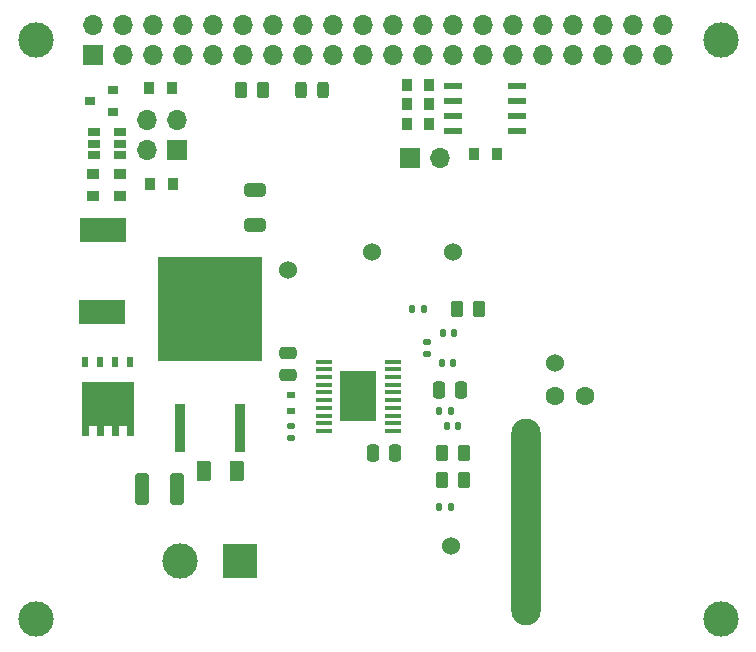
<source format=gts>
G04 #@! TF.GenerationSoftware,KiCad,Pcbnew,(6.0.9-0)*
G04 #@! TF.CreationDate,2023-03-20T13:15:15-04:00*
G04 #@! TF.ProjectId,LM5116-05,4c4d3531-3136-42d3-9035-2e6b69636164,rev?*
G04 #@! TF.SameCoordinates,Original*
G04 #@! TF.FileFunction,Soldermask,Top*
G04 #@! TF.FilePolarity,Negative*
%FSLAX46Y46*%
G04 Gerber Fmt 4.6, Leading zero omitted, Abs format (unit mm)*
G04 Created by KiCad (PCBNEW (6.0.9-0)) date 2023-03-20 13:15:15*
%MOMM*%
%LPD*%
G01*
G04 APERTURE LIST*
G04 Aperture macros list*
%AMRoundRect*
0 Rectangle with rounded corners*
0 $1 Rounding radius*
0 $2 $3 $4 $5 $6 $7 $8 $9 X,Y pos of 4 corners*
0 Add a 4 corners polygon primitive as box body*
4,1,4,$2,$3,$4,$5,$6,$7,$8,$9,$2,$3,0*
0 Add four circle primitives for the rounded corners*
1,1,$1+$1,$2,$3*
1,1,$1+$1,$4,$5*
1,1,$1+$1,$6,$7*
1,1,$1+$1,$8,$9*
0 Add four rect primitives between the rounded corners*
20,1,$1+$1,$2,$3,$4,$5,0*
20,1,$1+$1,$4,$5,$6,$7,0*
20,1,$1+$1,$6,$7,$8,$9,0*
20,1,$1+$1,$8,$9,$2,$3,0*%
%AMFreePoly0*
4,1,17,2.675000,1.605000,1.875000,1.605000,1.875000,0.935000,2.675000,0.935000,2.675000,0.335000,1.875000,0.335000,1.875000,-0.335000,2.675000,-0.335000,2.675000,-0.935000,1.875000,-0.935000,1.875000,-1.605000,2.675000,-1.605000,2.675000,-2.205000,-1.875000,-2.205000,-1.875000,2.205000,2.675000,2.205000,2.675000,1.605000,2.675000,1.605000,$1*%
G04 Aperture macros list end*
%ADD10C,3.000000*%
%ADD11R,0.845000X1.000000*%
%ADD12R,1.000000X0.845000*%
%ADD13R,1.060000X0.650000*%
%ADD14R,0.900000X0.800000*%
%ADD15R,1.550000X0.600000*%
%ADD16R,1.700000X1.700000*%
%ADD17O,1.700000X1.700000*%
%ADD18RoundRect,0.250000X-0.325000X-1.100000X0.325000X-1.100000X0.325000X1.100000X-0.325000X1.100000X0*%
%ADD19RoundRect,0.250000X0.475000X-0.250000X0.475000X0.250000X-0.475000X0.250000X-0.475000X-0.250000X0*%
%ADD20R,0.700000X0.600000*%
%ADD21RoundRect,0.243750X-0.243750X-0.456250X0.243750X-0.456250X0.243750X0.456250X-0.243750X0.456250X0*%
%ADD22R,3.000000X3.000000*%
%ADD23RoundRect,0.250000X-0.262500X-0.450000X0.262500X-0.450000X0.262500X0.450000X-0.262500X0.450000X0*%
%ADD24RoundRect,0.250000X0.375000X0.625000X-0.375000X0.625000X-0.375000X-0.625000X0.375000X-0.625000X0*%
%ADD25RoundRect,0.250000X0.250000X0.475000X-0.250000X0.475000X-0.250000X-0.475000X0.250000X-0.475000X0*%
%ADD26RoundRect,0.147500X-0.172500X0.147500X-0.172500X-0.147500X0.172500X-0.147500X0.172500X0.147500X0*%
%ADD27R,1.450000X0.450000*%
%ADD28R,3.150000X4.350000*%
%ADD29R,4.000000X2.000000*%
%ADD30RoundRect,0.147500X-0.147500X-0.172500X0.147500X-0.172500X0.147500X0.172500X-0.147500X0.172500X0*%
%ADD31RoundRect,0.250000X0.650000X-0.325000X0.650000X0.325000X-0.650000X0.325000X-0.650000X-0.325000X0*%
%ADD32RoundRect,0.147500X0.147500X0.172500X-0.147500X0.172500X-0.147500X-0.172500X0.147500X-0.172500X0*%
%ADD33RoundRect,0.250000X-0.250000X-0.475000X0.250000X-0.475000X0.250000X0.475000X-0.250000X0.475000X0*%
%ADD34RoundRect,0.147500X0.172500X-0.147500X0.172500X0.147500X-0.172500X0.147500X-0.172500X-0.147500X0*%
%ADD35O,2.500000X17.500000*%
%ADD36FreePoly0,270.000000*%
%ADD37R,0.500000X0.850000*%
%ADD38R,0.970000X4.070000*%
%ADD39R,8.770000X8.920000*%
%ADD40C,1.524000*%
%ADD41C,1.600000*%
G04 APERTURE END LIST*
D10*
X82040000Y-64310000D03*
X140040000Y-64330000D03*
X82040000Y-113320000D03*
X140030000Y-113310000D03*
D11*
X91637500Y-68400000D03*
X93562500Y-68400000D03*
X91737500Y-76500000D03*
X93662500Y-76500000D03*
X119137500Y-74000000D03*
X121062500Y-74000000D03*
D12*
X86900000Y-75637500D03*
X86900000Y-77562500D03*
X89200000Y-75637500D03*
X89200000Y-77562500D03*
D11*
X113437500Y-71400000D03*
X115362500Y-71400000D03*
X113437500Y-69700000D03*
X115362500Y-69700000D03*
D13*
X86950000Y-72150000D03*
X86950000Y-73100000D03*
X86950000Y-74050000D03*
X89150000Y-74050000D03*
X89150000Y-73100000D03*
X89150000Y-72150000D03*
D14*
X88600000Y-70419000D03*
X88600000Y-68519000D03*
X86600000Y-69469000D03*
D15*
X122800000Y-72005000D03*
X122800000Y-70735000D03*
X122800000Y-69465000D03*
X122800000Y-68195000D03*
X117400000Y-68195000D03*
X117400000Y-69465000D03*
X117400000Y-70735000D03*
X117400000Y-72005000D03*
D16*
X93980000Y-73660000D03*
D17*
X91440000Y-73660000D03*
X93980000Y-71120000D03*
X91440000Y-71120000D03*
D11*
X113437500Y-68100000D03*
X115362500Y-68100000D03*
D18*
X91030000Y-102362000D03*
X93980000Y-102362000D03*
D19*
X103378000Y-92710000D03*
X103378000Y-90810000D03*
D20*
X103632000Y-95758000D03*
X103632000Y-94358000D03*
D21*
X104472500Y-68580000D03*
X106347500Y-68580000D03*
D22*
X99314000Y-108458000D03*
D10*
X94234000Y-108458000D03*
D23*
X99417500Y-68580000D03*
X101242500Y-68580000D03*
D24*
X99060000Y-100838000D03*
X96260000Y-100838000D03*
D23*
X116435500Y-99314000D03*
X118260500Y-99314000D03*
X116463000Y-101600000D03*
X118288000Y-101600000D03*
D25*
X112456000Y-99314000D03*
X110556000Y-99314000D03*
D26*
X103632000Y-97028000D03*
X103632000Y-97998000D03*
D27*
X112276000Y-97413000D03*
X112276000Y-96763000D03*
X112276000Y-96113000D03*
X112276000Y-95463000D03*
X112276000Y-94813000D03*
X112276000Y-94163000D03*
X112276000Y-93513000D03*
X112276000Y-92863000D03*
X112276000Y-92213000D03*
X112276000Y-91563000D03*
X106426000Y-91563000D03*
X106426000Y-92213000D03*
X106426000Y-92863000D03*
X106426000Y-93513000D03*
X106426000Y-94163000D03*
X106426000Y-94813000D03*
X106426000Y-95463000D03*
X106426000Y-96113000D03*
X106426000Y-96763000D03*
X106426000Y-97413000D03*
D28*
X109351000Y-94488000D03*
D29*
X87630000Y-87376000D03*
X87757000Y-80391000D03*
D23*
X117710000Y-87122000D03*
X119535000Y-87122000D03*
D16*
X113700000Y-74295000D03*
D17*
X116240000Y-74295000D03*
D30*
X116863000Y-97028000D03*
X117833000Y-97028000D03*
D31*
X100584000Y-79961000D03*
X100584000Y-77011000D03*
D32*
X117410000Y-91694000D03*
X116440000Y-91694000D03*
X117456000Y-89154000D03*
X116486000Y-89154000D03*
D33*
X116186000Y-93980000D03*
X118086000Y-93980000D03*
D30*
X116209000Y-95758000D03*
X117179000Y-95758000D03*
X113923000Y-87122000D03*
X114893000Y-87122000D03*
X116209000Y-103886000D03*
X117179000Y-103886000D03*
D34*
X115170000Y-90886000D03*
X115170000Y-89916000D03*
D35*
X123571000Y-105156000D03*
D36*
X88138000Y-95138000D03*
D37*
X90043000Y-91588000D03*
X88773000Y-91588000D03*
X87503000Y-91588000D03*
X86233000Y-91588000D03*
D38*
X94234000Y-97172000D03*
D39*
X96774000Y-87082000D03*
D38*
X99314000Y-97172000D03*
D40*
X103378000Y-83820000D03*
X125984000Y-91694000D03*
X117202000Y-107188000D03*
X117348000Y-82296000D03*
D41*
X128504000Y-94488000D03*
X126004000Y-94488000D03*
D40*
X110490000Y-82296000D03*
D16*
X86920000Y-65590000D03*
D17*
X86920000Y-63050000D03*
X89460000Y-65590000D03*
X89460000Y-63050000D03*
X92000000Y-65590000D03*
X92000000Y-63050000D03*
X94540000Y-65590000D03*
X94540000Y-63050000D03*
X97080000Y-65590000D03*
X97080000Y-63050000D03*
X99620000Y-65590000D03*
X99620000Y-63050000D03*
X102160000Y-65590000D03*
X102160000Y-63050000D03*
X104700000Y-65590000D03*
X104700000Y-63050000D03*
X107240000Y-65590000D03*
X107240000Y-63050000D03*
X109780000Y-65590000D03*
X109780000Y-63050000D03*
X112320000Y-65590000D03*
X112320000Y-63050000D03*
X114860000Y-65590000D03*
X114860000Y-63050000D03*
X117400000Y-65590000D03*
X117400000Y-63050000D03*
X119940000Y-65590000D03*
X119940000Y-63050000D03*
X122480000Y-65590000D03*
X122480000Y-63050000D03*
X125020000Y-65590000D03*
X125020000Y-63050000D03*
X127560000Y-65590000D03*
X127560000Y-63050000D03*
X130100000Y-65590000D03*
X130100000Y-63050000D03*
X132640000Y-65590000D03*
X132640000Y-63050000D03*
X135180000Y-65590000D03*
X135180000Y-63050000D03*
M02*

</source>
